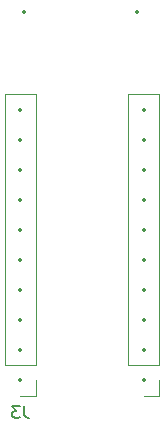
<source format=gbo>
%TF.GenerationSoftware,KiCad,Pcbnew,8.0.1*%
%TF.CreationDate,2024-05-08T00:25:35+01:00*%
%TF.ProjectId,hexpansion-breadboard-adapter,68657870-616e-4736-996f-6e2d62726561,rev?*%
%TF.SameCoordinates,Original*%
%TF.FileFunction,Legend,Bot*%
%TF.FilePolarity,Positive*%
%FSLAX46Y46*%
G04 Gerber Fmt 4.6, Leading zero omitted, Abs format (unit mm)*
G04 Created by KiCad (PCBNEW 8.0.1) date 2024-05-08 00:25:35*
%MOMM*%
%LPD*%
G01*
G04 APERTURE LIST*
%ADD10C,0.150000*%
%ADD11C,0.120000*%
%ADD12C,0.350000*%
G04 APERTURE END LIST*
D10*
X76406330Y-90489818D02*
X76406330Y-91204103D01*
X76406330Y-91204103D02*
X76453949Y-91346960D01*
X76453949Y-91346960D02*
X76549187Y-91442199D01*
X76549187Y-91442199D02*
X76692044Y-91489818D01*
X76692044Y-91489818D02*
X76787282Y-91489818D01*
X76025377Y-90489818D02*
X75406330Y-90489818D01*
X75406330Y-90489818D02*
X75739663Y-90870770D01*
X75739663Y-90870770D02*
X75596806Y-90870770D01*
X75596806Y-90870770D02*
X75501568Y-90918389D01*
X75501568Y-90918389D02*
X75453949Y-90966008D01*
X75453949Y-90966008D02*
X75406330Y-91061246D01*
X75406330Y-91061246D02*
X75406330Y-91299341D01*
X75406330Y-91299341D02*
X75453949Y-91394579D01*
X75453949Y-91394579D02*
X75501568Y-91442199D01*
X75501568Y-91442199D02*
X75596806Y-91489818D01*
X75596806Y-91489818D02*
X75882520Y-91489818D01*
X75882520Y-91489818D02*
X75977758Y-91442199D01*
X75977758Y-91442199D02*
X76025377Y-91394579D01*
D11*
%TO.C,J3*%
X74742997Y-64074999D02*
X77402997Y-64074999D01*
X74742997Y-86994999D02*
X74742997Y-64074999D01*
X74742997Y-86994999D02*
X77402997Y-86994999D01*
X76072997Y-89594999D02*
X77402997Y-89594999D01*
X77402997Y-86994999D02*
X77402997Y-64074999D01*
X77402997Y-89594999D02*
X77402997Y-88264999D01*
%TO.C,J2*%
X85184997Y-64075001D02*
X87844997Y-64075001D01*
X85184997Y-86995001D02*
X85184997Y-64075001D01*
X85184997Y-86995001D02*
X87844997Y-86995001D01*
X86514997Y-89595001D02*
X87844997Y-89595001D01*
X87844997Y-86995001D02*
X87844997Y-64075001D01*
X87844997Y-89595001D02*
X87844997Y-88265001D01*
%TD*%
D12*
X76370950Y-57150000D03*
X85970950Y-57150000D03*
X76072997Y-88264999D03*
X76072997Y-85724999D03*
X76072997Y-83184999D03*
X76072997Y-80644999D03*
X76072997Y-78104999D03*
X76072997Y-75564999D03*
X76072997Y-73024999D03*
X76072997Y-70484999D03*
X76072997Y-67944999D03*
X76072997Y-65404999D03*
X86514997Y-88265001D03*
X86514997Y-85725001D03*
X86514997Y-83185001D03*
X86514997Y-80645001D03*
X86514997Y-78105001D03*
X86514997Y-75565001D03*
X86514997Y-73025001D03*
X86514997Y-70485001D03*
X86514997Y-67945001D03*
X86514997Y-65405001D03*
M02*

</source>
